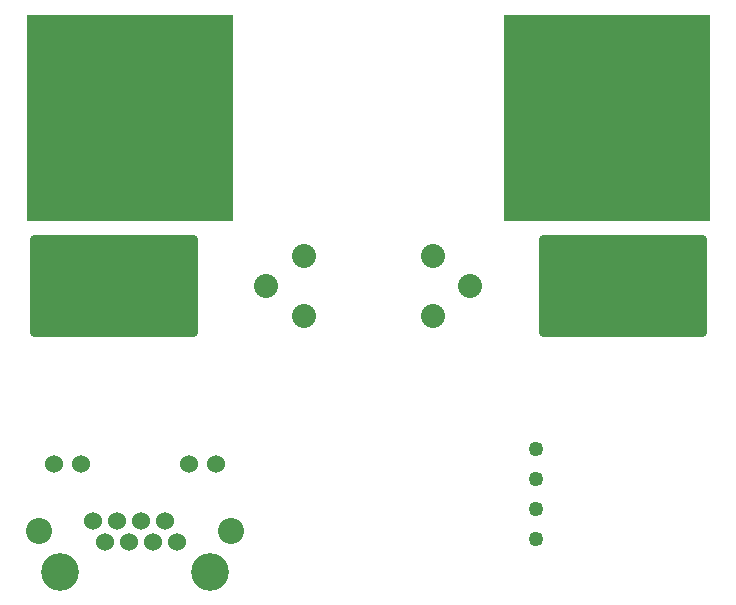
<source format=gbr>
G04*
G04 #@! TF.GenerationSoftware,Altium Limited,Altium Designer,23.8.1 (32)*
G04*
G04 Layer_Color=255*
%FSLAX25Y25*%
%MOIN*%
G70*
G04*
G04 #@! TF.SameCoordinates,264EC624-27BF-4E82-BD90-BE7253C1E6FF*
G04*
G04*
G04 #@! TF.FilePolarity,Positive*
G04*
G01*
G75*
G04:AMPARAMS|DCode=51|XSize=341mil|YSize=563mil|CornerRadius=17.05mil|HoleSize=0mil|Usage=FLASHONLY|Rotation=270.000|XOffset=0mil|YOffset=0mil|HoleType=Round|Shape=RoundedRectangle|*
%AMROUNDEDRECTD51*
21,1,0.34100,0.52890,0,0,270.0*
21,1,0.30690,0.56300,0,0,270.0*
1,1,0.03410,-0.26445,-0.15345*
1,1,0.03410,-0.26445,0.15345*
1,1,0.03410,0.26445,0.15345*
1,1,0.03410,0.26445,-0.15345*
%
%ADD51ROUNDEDRECTD51*%
%ADD52C,0.08000*%
%ADD53C,0.02500*%
%ADD54C,0.04940*%
%ADD55R,0.68750X0.68750*%
%ADD56C,0.06000*%
%ADD57C,0.12600*%
%ADD58C,0.08700*%
D51*
X200200Y109200D02*
D03*
X30500D02*
D03*
D52*
X136800Y119200D02*
D03*
X149300Y109200D02*
D03*
X136800Y99200D02*
D03*
X93900Y119200D02*
D03*
X81400Y109200D02*
D03*
X93900Y99200D02*
D03*
D53*
X226000Y123800D02*
D03*
Y119300D02*
D03*
Y114800D02*
D03*
Y110300D02*
D03*
Y105800D02*
D03*
Y101300D02*
D03*
Y96800D02*
D03*
X222500Y121300D02*
D03*
Y116800D02*
D03*
Y103300D02*
D03*
Y98800D02*
D03*
Y94300D02*
D03*
X219000Y123800D02*
D03*
Y119300D02*
D03*
Y96800D02*
D03*
X215000Y121300D02*
D03*
Y98800D02*
D03*
Y94300D02*
D03*
X211000Y123300D02*
D03*
Y118800D02*
D03*
Y96300D02*
D03*
X206500Y120800D02*
D03*
Y116300D02*
D03*
Y102800D02*
D03*
Y98300D02*
D03*
Y93800D02*
D03*
X202000Y123300D02*
D03*
Y118800D02*
D03*
Y114300D02*
D03*
Y109800D02*
D03*
Y105300D02*
D03*
Y100800D02*
D03*
Y96300D02*
D03*
X197500Y120800D02*
D03*
Y116300D02*
D03*
Y111800D02*
D03*
Y107300D02*
D03*
Y102800D02*
D03*
Y98300D02*
D03*
Y93800D02*
D03*
X193000Y123300D02*
D03*
Y118800D02*
D03*
Y114300D02*
D03*
Y109800D02*
D03*
Y105300D02*
D03*
Y100800D02*
D03*
Y96300D02*
D03*
X188500Y120800D02*
D03*
Y116300D02*
D03*
Y111800D02*
D03*
Y107300D02*
D03*
Y102800D02*
D03*
Y98300D02*
D03*
Y93800D02*
D03*
X184000Y123300D02*
D03*
Y118800D02*
D03*
Y114300D02*
D03*
Y109800D02*
D03*
Y105300D02*
D03*
Y100800D02*
D03*
Y96300D02*
D03*
X179500Y120800D02*
D03*
Y116300D02*
D03*
Y111800D02*
D03*
Y107300D02*
D03*
Y102800D02*
D03*
Y98300D02*
D03*
Y93800D02*
D03*
X175500Y122800D02*
D03*
Y118300D02*
D03*
Y113800D02*
D03*
Y109300D02*
D03*
Y104800D02*
D03*
Y100300D02*
D03*
Y95800D02*
D03*
X55200Y122600D02*
D03*
Y118100D02*
D03*
Y113600D02*
D03*
Y109100D02*
D03*
Y104600D02*
D03*
Y100100D02*
D03*
Y95600D02*
D03*
X51200Y124600D02*
D03*
Y120100D02*
D03*
Y115600D02*
D03*
Y111100D02*
D03*
Y106600D02*
D03*
Y102100D02*
D03*
Y97600D02*
D03*
X46700Y122100D02*
D03*
Y117600D02*
D03*
Y113100D02*
D03*
Y108600D02*
D03*
Y104100D02*
D03*
Y99600D02*
D03*
Y95100D02*
D03*
X42200Y124600D02*
D03*
Y120100D02*
D03*
Y115600D02*
D03*
Y111100D02*
D03*
Y106600D02*
D03*
Y102100D02*
D03*
Y97600D02*
D03*
X37700Y122100D02*
D03*
Y117600D02*
D03*
Y113100D02*
D03*
Y108600D02*
D03*
Y104100D02*
D03*
Y99600D02*
D03*
Y95100D02*
D03*
X33200Y124600D02*
D03*
Y120100D02*
D03*
Y115600D02*
D03*
Y111100D02*
D03*
Y106600D02*
D03*
Y102100D02*
D03*
Y97600D02*
D03*
X28700Y122100D02*
D03*
Y117600D02*
D03*
Y113100D02*
D03*
Y108600D02*
D03*
Y104100D02*
D03*
Y99600D02*
D03*
Y95100D02*
D03*
X24200Y124600D02*
D03*
Y120100D02*
D03*
Y115600D02*
D03*
Y102100D02*
D03*
Y97600D02*
D03*
X19700Y122100D02*
D03*
Y99600D02*
D03*
Y95100D02*
D03*
X15700Y124100D02*
D03*
Y119600D02*
D03*
Y97100D02*
D03*
X11700Y121600D02*
D03*
Y99100D02*
D03*
Y94600D02*
D03*
X8200Y124100D02*
D03*
Y119600D02*
D03*
Y115100D02*
D03*
Y101600D02*
D03*
Y97100D02*
D03*
X4700Y121600D02*
D03*
Y117100D02*
D03*
Y112600D02*
D03*
Y108100D02*
D03*
Y103600D02*
D03*
Y99100D02*
D03*
Y94600D02*
D03*
D54*
X171100Y24900D02*
D03*
Y34900D02*
D03*
Y44900D02*
D03*
Y54900D02*
D03*
D55*
X194800Y165200D02*
D03*
X35800D02*
D03*
D56*
X51600Y23900D02*
D03*
X47575Y30900D02*
D03*
X43575Y23900D02*
D03*
X39525Y30900D02*
D03*
X35550Y23900D02*
D03*
X31525Y30900D02*
D03*
X27525Y23900D02*
D03*
X23500Y30900D02*
D03*
X64600Y49900D02*
D03*
X55600D02*
D03*
X19600D02*
D03*
X10600D02*
D03*
D57*
X12600Y13900D02*
D03*
X62600D02*
D03*
D58*
X5600Y27400D02*
D03*
X69600D02*
D03*
M02*

</source>
